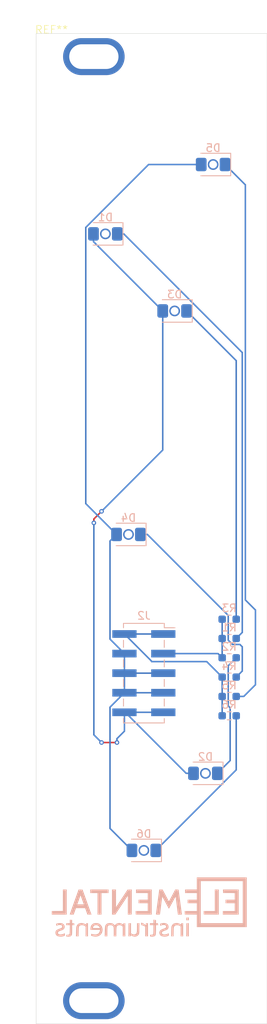
<source format=kicad_pcb>
(kicad_pcb (version 20241229) (generator "pcbnew") (generator_version "9.0")
  (layers (0 "F.Cu" signal) (2 "B.Cu" signal) (13 "F.Paste" user) (15 "B.Paste" user) (5 "F.SilkS" user "F.Silkscreen") (7 "B.SilkS" user "B.Silkscreen") (1 "F.Mask" user) (3 "B.Mask" user) (25 "Edge.Cuts" user))
  (net 0 "")
  (net 1 "+12V")
  (net 2 "Net-(D1-K)")
  (net 3 "Net-(D2-K)")
  (net 4 "Net-(D3-K)")
  (net 5 "GND")
  (net 6 "Net-(D4-K)")
  (net 7 "Net-(D5-K)")
  (net 8 "Net-(D6-K)")
  (net 9 "-12V")
  (footprint "Eurorack:Eurorack panel 6HP" (layer "F.Cu") (at 103 36)
    (property "Reference" "REF**" (at 2 -0.5 0) (layer "F.SilkS") (effects (font (thickness 0.1))))
    (property "Value" "Eurorack panel 6HP")
    (fp_rect (start 0 0) (end 30 128.5) (stroke (width 0.05)) (fill no) (layer "Edge.Cuts"))
    (pad "" thru_hole oval (at 7.5 3) (size 8 4.8) (drill oval 6.4 3.2) (layers "*.Cu" "*.Mask"))
    (pad "" thru_hole oval (at 7.5 125.5) (size 8 4.8) (drill oval 6.4 3.2) (layers "*.Cu" "*.Mask"))
  )
  (footprint "elemental:elemental-25.4mm" (layer "B.Cu") (at 117.837802 149.513938 180)
    (property "Reference" "G***" (hide yes))
    (property "Value" "LOGO" (hide yes))
    (fp_poly (pts (xy -4.84505 -1.935537) (xy -4.6863 -1.9431) (xy -4.672916 -3.6322) (xy -5.0038 -3.6322) (xy -5.0038 -1.927975) (xy -4.84505 -1.935537)) (stroke (width 0.01)) (fill yes) (layer "B.SilkS"))
    (fp_poly (pts (xy -4.84505 -1.198937) (xy -4.6863 -1.2065) (xy -4.67879 -1.37795) (xy -4.671279 -1.5494) (xy -5.0038 -1.5494) (xy -5.0038 -1.191375) (xy -4.84505 -1.198937)) (stroke (width 0.01)) (fill yes) (layer "B.SilkS"))
    (fp_poly (pts (xy 11.3665 -0.3429) (xy 12.08405 -0.349645) (xy 12.8016 -0.356391) (xy 12.8016 -0.8128) (xy 10.8712 -0.8128) (xy 10.8712 2.4384) (xy 11.353366 2.4384) (xy 11.3665 -0.3429)) (stroke (width 0.01)) (fill yes) (layer "B.SilkS"))
    (fp_poly (pts (xy 7.7978 1.9812) (xy 6.858 1.9812) (xy 6.858 -0.8128) (xy 6.35 -0.8128) (xy 6.35 1.9812) (xy 5.4356 1.9812) (xy 5.4356 2.4384) (xy 7.7978 2.4384) (xy 7.7978 1.9812)) (stroke (width 0.01)) (fill yes) (layer "B.SilkS"))
    (fp_poly (pts (xy -8.382 -0.3556) (xy -6.932223 -0.3556) (xy -6.939562 -0.57785) (xy -6.9469 -0.8001) (xy -7.91845 -0.806751) (xy -8.89 -0.813403) (xy -8.89 2.4384) (xy -8.382 2.4384) (xy -8.382 -0.3556)) (stroke (width 0.01)) (fill yes) (layer "B.SilkS"))
    (fp_poly (pts (xy 1.8542 1.9812) (xy 0.3302 1.9812) (xy 0.3302 1.1176) (xy 1.524 1.1176) (xy 1.524 0.6604) (xy 0.3302 0.6604) (xy 0.3302 -0.3556) (xy 1.906977 -0.3556) (xy 1.899638 -0.57785) (xy 1.8923 -0.8001) (xy 0.85725 -0.806734) (xy -0.1778 -0.813369) (xy -0.1778 2.4384) (xy 1.8542 2.4384) (xy 1.8542 1.9812)) (stroke (width 0.01)) (fill yes) (layer "B.SilkS"))
    (fp_poly (pts (xy -9.454162 2.21615) (xy -9.4615 1.9939) (xy -10.21715 1.987173) (xy -10.9728 1.980445) (xy -10.9728 1.1176) (xy -9.779 1.1176) (xy -9.779 0.6604) (xy -10.9728 0.6604) (xy -10.9728 -0.3556) (xy -9.4234 -0.3556) (xy -9.4234 -0.8128) (xy -11.4808 -0.8128) (xy -11.4808 2.4384) (xy -9.446823 2.4384) (xy -9.454162 2.21615)) (stroke (width 0.01)) (fill yes) (layer "B.SilkS"))
    (fp_poly (pts (xy -6.0452 2.4384) (xy -4.5212 2.4384) (xy -4.5212 1.9812) (xy -6.0452 1.9812) (xy -6.0452 1.1176) (xy -4.8514 1.1176) (xy -4.8514 0.6604) (xy -6.0452 0.6604) (xy -6.0452 -0.3556) (xy -4.468423 -0.3556) (xy -4.475762 -0.57785) (xy -4.4831 -0.8001) (xy -6.0452 -0.813534) (xy -6.0452 -2.4384) (xy -12.5222 -2.4384) (xy -12.5222 3.5306) (xy -12.0142 3.5306) (xy -12.0142 -1.9304) (xy -6.5532 -1.9304) (xy -6.5532 3.5306) (xy -12.0142 3.5306) (xy -12.5222 3.5306) (xy -12.5222 4.0132) (xy -6.0452 4.0132) (xy -6.0452 2.4384)) (stroke (width 0.01)) (fill yes) (layer "B.SilkS"))
    (fp_poly (pts (xy 2.685008 2.43291) (xy 2.957016 2.4257) (xy 4.4577 0.149554) (xy 4.464308 1.293977) (xy 4.470917 2.438401) (xy 4.724658 2.4384) (xy 4.9784 2.4384) (xy 4.9784 -0.8128) (xy 4.554809 -0.8128) (xy 3.737935 0.41275) (xy 2.921062 1.6383) (xy 2.921 -0.8128) (xy 2.683933 -0.8128) (xy 2.578785 -0.811092) (xy 2.493634 -0.806512) (xy 2.440692 -0.799874) (xy 2.429933 -0.795866) (xy 2.426976 -0.768164) (xy 2.424182 -0.693994) (xy 2.421598 -0.577688) (xy 2.419269 -0.423578) (xy 2.417239 -0.235996) (xy 2.415553 -0.019274) (xy 2.414257 0.222255) (xy 2.413396 0.48426) (xy 2.413015 0.76241) (xy 2.413 0.830593) (xy 2.413 2.440119) (xy 2.685008 2.43291)) (stroke (width 0.01)) (fill yes) (layer "B.SilkS"))
    (fp_poly (pts (xy 1.193902 -1.884169) (xy 1.211102 -1.904924) (xy 1.206875 -1.93675) (xy 1.193102 -1.999768) (xy 1.176511 -2.08045) (xy 1.17389 -2.093642) (xy 1.160035 -2.150539) (xy 1.13788 -2.18354) (xy 1.093614 -2.203555) (xy 1.013423 -2.221494) (xy 1.011537 -2.22187) (xy 0.90844 -2.25159) (xy 0.806793 -2.295111) (xy 0.764638 -2.319338) (xy 0.6604 -2.38832) (xy 0.6604 -3.6322) (xy 0.3048 -3.6322) (xy 0.3048 -1.9304) (xy 0.4445 -1.9304) (xy 0.524604 -1.932162) (xy 0.566321 -1.941014) (xy 0.582032 -1.962302) (xy 0.5842 -1.990725) (xy 0.58935 -2.061532) (xy 0.599492 -2.127513) (xy 0.614785 -2.203976) (xy 0.730897 -2.092721) (xy 0.858261 -1.988615) (xy 0.986468 -1.916469) (xy 1.104871 -1.881846) (xy 1.138803 -1.8796) (xy 1.193902 -1.884169)) (stroke (width 0.01)) (fill yes) (layer "B.SilkS"))
    (fp_poly (pts (xy 9.094872 -1.916694) (xy 9.264307 -1.961994) (xy 9.402512 -2.046886) (xy 9.510476 -2.171945) (xy 9.57869 -2.308898) (xy 9.596546 -2.360134) (xy 9.610423 -2.41413) (xy 9.621032 -2.478614) (xy 9.629082 -2.561317) (xy 9.635284 -2.669968) (xy 9.640346 -2.812297) (xy 9.644981 -2.996034) (xy 9.645988 -3.04165) (xy 9.658825 -3.6322) (xy 9.325177 -3.6322) (xy 9.317138 -3.04165) (xy 9.313527 -2.831709) (xy 9.308027 -2.666177) (xy 9.299076 -2.538664) (xy 9.285111 -2.442778) (xy 9.264568 -2.37213) (xy 9.235883 -2.320329) (xy 9.197495 -2.280986) (xy 9.147838 -2.247709) (xy 9.118996 -2.231722) (xy 8.999597 -2.192195) (xy 8.859852 -2.183059) (xy 8.716235 -2.202081) (xy 8.585219 -2.247028) (xy 8.483276 -2.315666) (xy 8.480649 -2.318258) (xy 8.4074 -2.391507) (xy 8.4074 -3.6322) (xy 8.1026 -3.6322) (xy 8.1026 -1.927616) (xy 8.22176 -1.935358) (xy 8.295223 -1.943058) (xy 8.334129 -1.960795) (xy 8.354714 -1.999265) (xy 8.362875 -2.028306) (xy 8.380066 -2.083043) (xy 8.398515 -2.095837) (xy 8.427864 -2.075715) (xy 8.560715 -1.990222) (xy 8.727944 -1.933558) (xy 8.893216 -1.910409) (xy 9.094872 -1.916694)) (stroke (width 0.01)) (fill yes) (layer "B.SilkS"))
    (fp_poly (pts (xy 2.67335 -1.935537) (xy 2.8321 -1.9431) (xy 2.845484 -3.6322) (xy 2.695917 -3.6322) (xy 2.61219 -3.630868) (xy 2.565884 -3.622677) (xy 2.543622 -3.601334) (xy 2.532029 -3.560547) (xy 2.530815 -3.554529) (xy 2.515281 -3.476858) (xy 2.41969 -3.55241) (xy 2.273927 -3.636951) (xy 2.107716 -3.675838) (xy 1.919877 -3.669278) (xy 1.840378 -3.654419) (xy 1.720074 -3.604847) (xy 1.605756 -3.517642) (xy 1.512532 -3.405147) (xy 1.491512 -3.369393) (xy 1.474384 -3.334972) (xy 1.461001 -3.299011) (xy 1.450806 -3.25482) (xy 1.443243 -3.19571) (xy 1.437755 -3.114991) (xy 1.433784 -3.005974) (xy 1.430774 -2.861969) (xy 1.428168 -2.676286) (xy 1.427212 -2.59715) (xy 1.419324 -1.9304) (xy 1.7272 -1.9304) (xy 1.7272 -2.459189) (xy 1.728816 -2.680117) (xy 1.734417 -2.856652) (xy 1.745133 -2.995121) (xy 1.762092 -3.101852) (xy 1.786425 -3.183172) (xy 1.81926 -3.245408) (xy 1.861727 -3.294886) (xy 1.879136 -3.310412) (xy 1.988877 -3.371542) (xy 2.117825 -3.394353) (xy 2.252514 -3.379424) (xy 2.379478 -3.327335) (xy 2.437245 -3.286374) (xy 2.5146 -3.221284) (xy 2.5146 -1.927975) (xy 2.67335 -1.935537)) (stroke (width 0.01)) (fill yes) (layer "B.SilkS"))
    (fp_poly (pts (xy -3.346336 -1.910351) (xy -3.165998 -1.937068) (xy -3.022398 -1.994053) (xy -2.908415 -2.085947) (xy -2.816924 -2.217394) (xy -2.788891 -2.273616) (xy -2.770478 -2.316222) (xy -2.756247 -2.35898) (xy -2.745544 -2.409176) (xy -2.737712 -2.474093) (xy -2.7321 -2.561016) (xy -2.728051 -2.67723) (xy -2.724911 -2.830018) (xy -2.722166 -3.01625) (xy -2.713832 -3.6322) (xy -3.017088 -3.6322) (xy -3.026713 -3.06705) (xy -3.030333 -2.879183) (xy -3.034414 -2.73473) (xy -3.039621 -2.626304) (xy -3.04662 -2.546519) (xy -3.056076 -2.487989) (xy -3.068653 -2.443328) (xy -3.085018 -2.40515) (xy -3.086619 -2.401939) (xy -3.153238 -2.300008) (xy -3.237396 -2.234701) (xy -3.35044 -2.199174) (xy -3.439462 -2.189137) (xy -3.609415 -2.193447) (xy -3.74865 -2.231957) (xy -3.861446 -2.30314) (xy -3.937 -2.366715) (xy -3.937 -3.6322) (xy -4.2672 -3.6322) (xy -4.2672 -1.9304) (xy -4.141351 -1.9304) (xy -4.066172 -1.932315) (xy -4.026853 -1.944141) (xy -4.008464 -1.974996) (xy -3.999219 -2.017197) (xy -3.982936 -2.103995) (xy -3.871484 -2.033315) (xy -3.715494 -1.954595) (xy -3.550379 -1.914468) (xy -3.361261 -1.909451) (xy -3.346336 -1.910351)) (stroke (width 0.01)) (fill yes) (layer "B.SilkS"))
    (fp_poly (pts (xy -0.4064 -1.9304) (xy 0.0508 -1.9304) (xy 0.0508 -2.1844) (xy -0.4064 -2.1844) (xy -0.4064 -2.740386) (xy -0.406101 -2.941399) (xy -0.403699 -3.097477) (xy -0.396934 -3.214485) (xy -0.383549 -3.298288) (xy -0.361285 -3.354751) (xy -0.327885 -3.389738) (xy -0.281089 -3.409115) (xy -0.218639 -3.418746) (xy -0.143094 -3.424189) (xy 0.0254 -3.434917) (xy 0.0254 -3.518781) (xy 0.021963 -3.599044) (xy 0.004953 -3.647731) (xy -0.035677 -3.672563) (xy -0.109976 -3.681259) (xy -0.186868 -3.681885) (xy -0.294259 -3.676391) (xy -0.395756 -3.663151) (xy -0.463791 -3.646695) (xy -0.53692 -3.618144) (xy -0.594849 -3.586549) (xy -0.639453 -3.545904) (xy -0.67261 -3.490201) (xy -0.696195 -3.413435) (xy -0.712086 -3.309599) (xy -0.722159 -3.172687) (xy -0.72829 -2.996692) (xy -0.732176 -2.78765) (xy -0.741284 -2.1844) (xy -1.022647 -2.1844) (xy -1.006903 -2.08915) (xy -0.996451 -2.0184) (xy -0.991063 -1.967321) (xy -0.99088 -1.96215) (xy -0.966019 -1.940361) (xy -0.89208 -1.930854) (xy -0.8636 -1.9304) (xy -0.7366 -1.9304) (xy -0.7366 -1.726402) (xy -0.735974 -1.621546) (xy -0.728079 -1.556586) (xy -0.70389 -1.520649) (xy -0.654381 -1.502862) (xy -0.570528 -1.492353) (xy -0.53975 -1.489242) (xy -0.4064 -1.475593) (xy -0.4064 -1.9304)) (stroke (width 0.01)) (fill yes) (layer "B.SilkS"))
    (fp_poly (pts (xy 10.455688 -1.501638) (xy 10.462109 -1.550818) (xy 10.464564 -1.637972) (xy 10.4648 -1.699082) (xy 10.4648 -1.9304) (xy 10.922 -1.9304) (xy 10.922 -2.1844) (xy 10.458248 -2.1844) (xy 10.469524 -2.756642) (xy 10.473487 -2.955333) (xy 10.478213 -3.109146) (xy 10.486145 -3.223975) (xy 10.499726 -3.305713) (xy 10.521399 -3.360254) (xy 10.553607 -3.393493) (xy 10.598792 -3.411324) (xy 10.659397 -3.419639) (xy 10.737865 -3.424335) (xy 10.746462 -3.424813) (xy 10.839702 -3.431159) (xy 10.892146 -3.439565) (xy 10.913764 -3.45391) (xy 10.914527 -3.478071) (xy 10.911827 -3.489139) (xy 10.900385 -3.557413) (xy 10.896946 -3.61315) (xy 10.8966 -3.683) (xy 10.69975 -3.680816) (xy 10.593956 -3.676924) (xy 10.498951 -3.668708) (xy 10.433802 -3.657868) (xy 10.42973 -3.656725) (xy 10.357439 -3.622912) (xy 10.293106 -3.576358) (xy 10.252965 -3.535906) (xy 10.221765 -3.492934) (xy 10.198395 -3.440695) (xy 10.181739 -3.37244) (xy 10.170686 -3.281423) (xy 10.164123 -3.160894) (xy 10.160936 -3.004106) (xy 10.160012 -2.804311) (xy 10.16 -2.769415) (xy 10.16 -2.1844) (xy 9.877816 -2.1844) (xy 9.8933 -1.9431) (xy 10.02665 -1.935422) (xy 10.16 -1.927745) (xy 10.16 -1.4986) (xy 10.272222 -1.4986) (xy 10.35083 -1.49523) (xy 10.412069 -1.486796) (xy 10.424622 -1.483182) (xy 10.443721 -1.481929) (xy 10.455688 -1.501638)) (stroke (width 0.01)) (fill yes) (layer "B.SilkS"))
    (fp_poly (pts (xy 7.174804 -1.919555) (xy 7.264329 -1.926557) (xy 7.331008 -1.940858) (xy 7.388773 -1.964609) (xy 7.4041 -1.972624) (xy 7.558665 -2.08229) (xy 7.671912 -2.221221) (xy 7.743065 -2.388073) (xy 7.771349 -2.581504) (xy 7.771842 -2.60985) (xy 7.7724 -2.794) (xy 6.523763 -2.794) (xy 6.540388 -2.87655) (xy 6.578893 -3.002709) (xy 6.638814 -3.125143) (xy 6.71085 -3.227691) (xy 6.777951 -3.289361) (xy 6.928425 -3.35919) (xy 7.106783 -3.392166) (xy 7.305422 -3.387783) (xy 7.516737 -3.345537) (xy 7.536511 -3.339742) (xy 7.606755 -3.320389) (xy 7.653318 -3.310931) (xy 7.663155 -3.311288) (xy 7.670719 -3.3386) (xy 7.681312 -3.399161) (xy 7.686384 -3.434014) (xy 7.702188 -3.549313) (xy 7.540444 -3.604359) (xy 7.361785 -3.649766) (xy 7.17311 -3.67128) (xy 6.992956 -3.667824) (xy 6.858615 -3.64396) (xy 6.658151 -3.564982) (xy 6.491693 -3.451308) (xy 6.362408 -3.30552) (xy 6.294905 -3.183907) (xy 6.228446 -2.977832) (xy 6.207618 -2.770992) (xy 6.230266 -2.570132) (xy 6.231874 -2.5654) (xy 6.554457 -2.5654) (xy 7.4422 -2.5654) (xy 7.442105 -2.49555) (xy 7.419838 -2.398758) (xy 7.361947 -2.305971) (xy 7.28142 -2.235944) (xy 7.251959 -2.220971) (xy 7.102371 -2.183366) (xy 6.953439 -2.19054) (xy 6.814713 -2.238548) (xy 6.695742 -2.323446) (xy 6.606076 -2.44129) (xy 6.579861 -2.498582) (xy 6.554457 -2.5654) (xy 6.231874 -2.5654) (xy 6.294234 -2.382001) (xy 6.397369 -2.213344) (xy 6.537514 -2.07091) (xy 6.6802 -1.977543) (xy 6.742258 -1.948875) (xy 6.805093 -1.930973) (xy 6.883342 -1.921459) (xy 6.991646 -1.917953) (xy 7.0485 -1.9177) (xy 7.174804 -1.919555)) (stroke (width 0.01)) (fill yes) (layer "B.SilkS"))
    (fp_poly (pts (xy 9.341517 2.369408) (xy 9.354354 2.333592) (xy 9.382826 2.254214) (xy 9.425406 2.135524) (xy 9.480569 1.981775) (xy 9.54679 1.797217) (xy 9.622543 1.586102) (xy 9.706303 1.352682) (xy 9.796545 1.101208) (xy 9.891741 0.835932) (xy 9.915801 0.768889) (xy 10.011272 0.502459) (xy 10.101474 0.249966) (xy 10.184964 0.015499) (xy 10.260299 -0.196851) (xy 10.326035 -0.382996) (xy 10.38073 -0.538846) (xy 10.422941 -0.660312) (xy 10.451223 -0.743303) (xy 10.464135 -0.78373) (xy 10.4648 -0.786861) (xy 10.440478 -0.799286) (xy 10.371644 -0.808013) (xy 10.264493 -0.812402) (xy 10.213202 -0.8128) (xy 9.961604 -0.8128) (xy 9.886463 -0.60325) (xy 9.839172 -0.47069) (xy 9.786438 -0.321854) (xy 9.739413 -0.188219) (xy 9.738011 -0.184215) (xy 9.6647 0.025269) (xy 9.066089 0.025335) (xy 8.467479 0.0254) (xy 8.171811 -0.8128) (xy 7.647281 -0.8128) (xy 7.723128 -0.60325) (xy 7.745649 -0.540757) (xy 7.783477 -0.435471) (xy 7.834805 -0.29243) (xy 7.897828 -0.116671) (xy 7.970739 0.086767) (xy 8.051735 0.312848) (xy 8.121626 0.508) (xy 8.639044 0.508) (xy 9.494972 0.508) (xy 9.41021 0.74295) (xy 9.368725 0.858781) (xy 9.316932 1.004645) (xy 9.261184 1.162583) (xy 9.207836 1.314641) (xy 9.203465 1.32715) (xy 9.159502 1.45053) (xy 9.120694 1.554779) (xy 9.090318 1.63145) (xy 9.071648 1.6721) (xy 9.068042 1.6764) (xy 9.055031 1.653884) (xy 9.028972 1.592284) (xy 8.993425 1.500528) (xy 8.951949 1.387542) (xy 8.943991 1.36525) (xy 8.889869 1.21303) (xy 8.830092 1.044944) (xy 8.772875 0.884093) (xy 8.736212 0.78105) (xy 8.639044 0.508) (xy 8.121626 0.508) (xy 8.139008 0.556532) (xy 8.230753 0.812783) (xy 8.303491 1.016) (xy 8.808009 2.4257) (xy 9.06212 2.432908) (xy 9.316232 2.440116) (xy 9.341517 2.369408)) (stroke (width 0.01)) (fill yes) (layer "B.SilkS"))
    (fp_poly (pts (xy -1.604805 -1.916296) (xy -1.459153 -1.941895) (xy -1.4224 -1.952382) (xy -1.2827 -1.99666) (xy -1.291375 -2.13498) (xy -1.297045 -2.212238) (xy -1.302465 -2.264833) (xy -1.305321 -2.278779) (xy -1.328788 -2.271383) (xy -1.383696 -2.246545) (xy -1.434301 -2.221629) (xy -1.527769 -2.1827) (xy -1.624878 -2.163553) (xy -1.733459 -2.159) (xy -1.82968 -2.161025) (xy -1.891878 -2.170416) (xy -1.936773 -2.192144) (xy -1.981084 -2.23118) (xy -1.983154 -2.233246) (xy -2.042077 -2.318695) (xy -2.056545 -2.406544) (xy -2.025862 -2.486801) (xy -2.002645 -2.512833) (xy -1.955148 -2.542866) (xy -1.872829 -2.581393) (xy -1.769507 -2.622267) (xy -1.709175 -2.643374) (xy -1.526694 -2.713624) (xy -1.388714 -2.789593) (xy -1.288952 -2.875823) (xy -1.221122 -2.976854) (xy -1.208251 -3.005359) (xy -1.180071 -3.082817) (xy -1.170997 -3.146826) (xy -1.179132 -3.222555) (xy -1.188354 -3.269327) (xy -1.239407 -3.413168) (xy -1.326326 -3.524448) (xy -1.450744 -3.604265) (xy -1.614291 -3.653715) (xy -1.78862 -3.672841) (xy -1.916408 -3.672949) (xy -2.038214 -3.663536) (xy -2.1209 -3.648918) (xy -2.21528 -3.619755) (xy -2.304574 -3.58487) (xy -2.33321 -3.571175) (xy -2.388867 -3.536375) (xy -2.408123 -3.50043) (xy -2.40306 -3.449145) (xy -2.391406 -3.366117) (xy -2.3876 -3.300041) (xy -2.3876 -3.228232) (xy -2.26695 -3.290484) (xy -2.123112 -3.349365) (xy -1.972992 -3.384407) (xy -1.827741 -3.395243) (xy -1.698513 -3.381505) (xy -1.59646 -3.342826) (xy -1.558911 -3.313819) (xy -1.505358 -3.23435) (xy -1.50079 -3.154671) (xy -1.543451 -3.076983) (xy -1.631583 -3.003483) (xy -1.76343 -2.936373) (xy -1.898334 -2.88902) (xy -2.076847 -2.824191) (xy -2.209104 -2.748403) (xy -2.299207 -2.657404) (xy -2.351257 -2.546939) (xy -2.369354 -2.412755) (xy -2.369458 -2.4003) (xy -2.346015 -2.248004) (xy -2.278301 -2.11712) (xy -2.170236 -2.012994) (xy -2.034797 -1.944086) (xy -1.912479 -1.917123) (xy -1.762532 -1.90795) (xy -1.604805 -1.916296)) (stroke (width 0.01)) (fill yes) (layer "B.SilkS"))
    (fp_poly (pts (xy 11.902293 -1.921917) (xy 12.019473 -1.935593) (xy 12.111602 -1.960269) (xy 12.119582 -1.96327) (xy 12.237665 -2.00884) (xy 12.225441 -2.11567) (xy 12.213554 -2.20698) (xy 12.198011 -2.254505) (xy 12.169365 -2.264932) (xy 12.118168 -2.244945) (xy 12.074806 -2.222258) (xy 11.966725 -2.180939) (xy 11.846131 -2.160387) (xy 11.724853 -2.15958) (xy 11.614723 -2.177496) (xy 11.527571 -2.213112) (xy 11.475225 -2.265405) (xy 11.471178 -2.274437) (xy 11.456068 -2.356971) (xy 11.464269 -2.443195) (xy 11.487348 -2.497783) (xy 11.523232 -2.523691) (xy 11.596133 -2.560571) (xy 11.694918 -2.603205) (xy 11.791898 -2.64043) (xy 11.947166 -2.699646) (xy 12.062482 -2.751666) (xy 12.147022 -2.802215) (xy 12.209962 -2.857022) (xy 12.260479 -2.921812) (xy 12.272216 -2.940198) (xy 12.311226 -3.022518) (xy 12.326699 -3.115486) (xy 12.327333 -3.17742) (xy 12.305792 -3.331066) (xy 12.246547 -3.454201) (xy 12.145896 -3.552108) (xy 12.0142 -3.624161) (xy 11.94334 -3.643578) (xy 11.839005 -3.65944) (xy 11.71847 -3.670422) (xy 11.599008 -3.675197) (xy 11.497897 -3.672439) (xy 11.4554 -3.667048) (xy 11.357349 -3.643212) (xy 11.25999 -3.611476) (xy 11.178799 -3.577641) (xy 11.129256 -3.547509) (xy 11.125159 -3.54325) (xy 11.10804 -3.487185) (xy 11.111298 -3.385153) (xy 11.113461 -3.366599) (xy 11.131114 -3.225312) (xy 11.212784 -3.275786) (xy 11.33475 -3.33335) (xy 11.476231 -3.372279) (xy 11.623215 -3.391316) (xy 11.761691 -3.389202) (xy 11.877646 -3.36468) (xy 11.92853 -3.34004) (xy 11.983783 -3.276311) (xy 12.003412 -3.189678) (xy 11.989474 -3.113274) (xy 11.9488 -3.051619) (xy 11.872855 -2.994776) (xy 11.756585 -2.939829) (xy 11.594933 -2.883866) (xy 11.587496 -2.881578) (xy 11.406772 -2.811049) (xy 11.273033 -2.724099) (xy 11.184809 -2.619555) (xy 11.14844 -2.53198) (xy 11.131032 -2.377395) (xy 11.161318 -2.232505) (xy 11.236249 -2.104638) (xy 11.352773 -2.001128) (xy 11.37506 -1.987325) (xy 11.434836 -1.954876) (xy 11.489983 -1.934394) (xy 11.554956 -1.923175) (xy 11.644211 -1.918518) (xy 11.7475 -1.9177) (xy 11.902293 -1.921917)) (stroke (width 0.01)) (fill yes) (layer "B.SilkS"))
    (fp_poly (pts (xy 4.265727 -1.938772) (xy 4.414281 -2.009738) (xy 4.537782 -2.118157) (xy 4.542652 -2.123973) (xy 4.624005 -2.2225) (xy 4.688755 -2.139934) (xy 4.750312 -2.077398) (xy 4.832387 -2.013188) (xy 4.872302 -1.987534) (xy 4.932201 -1.954996) (xy 4.987355 -1.934455) (xy 5.052231 -1.923202) (xy 5.141293 -1.918526) (xy 5.2451 -1.9177) (xy 5.36808 -1.919232) (xy 5.454391 -1.925411) (xy 5.518111 -1.938605) (xy 5.573318 -1.961187) (xy 5.604793 -1.978259) (xy 5.682425 -2.032018) (xy 5.749206 -2.093505) (xy 5.765004 -2.112556) (xy 5.804367 -2.170025) (xy 5.835429 -2.228374) (xy 5.859333 -2.294623) (xy 5.87722 -2.375795) (xy 5.890232 -2.478911) (xy 5.899511 -2.610991) (xy 5.906199 -2.779057) (xy 5.911437 -2.990129) (xy 5.911973 -3.01625) (xy 5.924443 -3.6322) (xy 5.591323 -3.6322) (xy 5.583311 -3.02895) (xy 5.579735 -2.815108) (xy 5.574376 -2.646024) (xy 5.565797 -2.515653) (xy 5.552561 -2.417954) (xy 5.53323 -2.346884) (xy 5.506367 -2.2964) (xy 5.470534 -2.260461) (xy 5.424294 -2.233024) (xy 5.390375 -2.217886) (xy 5.289533 -2.192665) (xy 5.169386 -2.18697) (xy 5.049161 -2.199484) (xy 4.948084 -2.228888) (xy 4.908823 -2.250891) (xy 4.861046 -2.289201) (xy 4.823884 -2.330085) (xy 4.796014 -2.380212) (xy 4.776119 -2.446255) (xy 4.762877 -2.534885) (xy 4.754969 -2.652771) (xy 4.751074 -2.806586) (xy 4.749873 -3.003) (xy 4.749839 -3.05435) (xy 4.7498 -3.6322) (xy 4.422977 -3.6322) (xy 4.414938 -3.04165) (xy 4.411386 -2.832562) (xy 4.40612 -2.667815) (xy 4.397694 -2.540952) (xy 4.384664 -2.445515) (xy 4.365584 -2.375046) (xy 4.339008 -2.323086) (xy 4.303492 -2.283178) (xy 4.257591 -2.248865) (xy 4.234216 -2.234171) (xy 4.123272 -2.193173) (xy 3.991004 -2.184535) (xy 3.853312 -2.206043) (xy 3.726095 -2.255484) (xy 3.638896 -2.317039) (xy 3.621125 -2.335064) (xy 3.607453 -2.355824) (xy 3.597344 -2.385721) (xy 3.590259 -2.431154) (xy 3.585662 -2.498524) (xy 3.583015 -2.59423) (xy 3.58178 -2.724672) (xy 3.58142 -2.896252) (xy 3.5814 -3.001627) (xy 3.5814 -3.6322) (xy 3.2512 -3.6322) (xy 3.2512 -1.9304) (xy 3.375373 -1.9304) (xy 3.449902 -1.932342) (xy 3.488738 -1.944546) (xy 3.506982 -1.976579) (xy 3.516292 -2.019662) (xy 3.533038 -2.108925) (xy 3.615736 -2.045848) (xy 3.767124 -1.958797) (xy 3.93241 -1.912481) (xy 4.101857 -1.906079) (xy 4.265727 -1.938772)) (stroke (width 0.01)) (fill yes) (layer "B.SilkS"))
    (fp_poly (pts (xy -1.156496 2.35585) (xy -1.149121 2.307588) (xy -1.13606 2.216251) (xy -1.11803 2.087163) (xy -1.095746 1.925649) (xy -1.069922 1.737033) (xy -1.041274 1.52664) (xy -1.010517 1.299794) (xy -0.978367 1.06182) (xy -0.945539 0.818042) (xy -0.912748 0.573785) (xy -0.880709 0.334372) (xy -0.850138 0.105129) (xy -0.821751 -0.10862) (xy -0.796262 -0.30155) (xy -0.774386 -0.468338) (xy -0.75684 -0.603658) (xy -0.744337 -0.702187) (xy -0.737595 -0.7586) (xy -0.7366 -0.7697) (xy -0.74238 -0.789512) (xy -0.765663 -0.802206) (xy -0.815367 -0.809301) (xy -0.900411 -0.81231) (xy -0.990117 -0.8128) (xy -1.105643 -0.812171) (xy -1.180115 -0.808892) (xy -1.223272 -0.800867) (xy -1.244858 -0.786006) (xy -1.254612 -0.762214) (xy -1.256121 -0.75565) (xy -1.261775 -0.718806) (xy -1.272785 -0.637093) (xy -1.288447 -0.516079) (xy -1.308057 -0.361332) (xy -1.330914 -0.178422) (xy -1.356315 0.027084) (xy -1.383556 0.249617) (xy -1.397984 0.3683) (xy -1.42597 0.596774) (xy -1.45269 0.810529) (xy -1.477419 1.004087) (xy -1.499432 1.171971) (xy -1.518006 1.308702) (xy -1.532417 1.408804) (xy -1.541941 1.466797) (xy -1.54473 1.478515) (xy -1.558238 1.475217) (xy -1.588423 1.436547) (xy -1.636332 1.36072) (xy -1.703013 1.245949) (xy -1.789512 1.090452) (xy -1.896878 0.892443) (xy -1.980764 0.735565) (xy -2.07848 0.552716) (xy -2.168845 0.384947) (xy -2.249069 0.237335) (xy -2.316363 0.114955) (xy -2.367937 0.022886) (xy -2.401003 -0.033797) (xy -2.412564 -0.050375) (xy -2.427298 -0.028744) (xy -2.463135 0.032488) (xy -2.517192 0.128139) (xy -2.586584 0.253031) (xy -2.668429 0.401983) (xy -2.759843 0.569815) (xy -2.830794 0.700968) (xy -2.928299 0.881315) (xy -3.019042 1.048397) (xy -3.099987 1.196682) (xy -3.168099 1.32064) (xy -3.220342 1.414739) (xy -3.25368 1.473449) (xy -3.264092 1.490458) (xy -3.273438 1.489423) (xy -3.284536 1.460314) (xy -3.297955 1.399652) (xy -3.314265 1.303958) (xy -3.334035 1.169753) (xy -3.357836 0.993559) (xy -3.386236 0.771897) (xy -3.400647 0.656565) (xy -3.428164 0.435644) (xy -3.455563 0.216852) (xy -3.48175 0.008857) (xy -3.505627 -0.179671) (xy -3.526097 -0.340065) (xy -3.542066 -0.463656) (xy -3.548738 -0.51435) (xy -3.588478 -0.8128) (xy -4.0894 -0.8128) (xy -4.0894 -0.749013) (xy -4.086068 -0.713852) (xy -4.07655 -0.633751) (xy -4.061571 -0.514097) (xy -4.041853 -0.360276) (xy -4.018118 -0.177677) (xy -3.991088 0.028312) (xy -3.961487 0.252305) (xy -3.930037 0.488914) (xy -3.897461 0.732752) (xy -3.86448 0.97843) (xy -3.831817 1.220562) (xy -3.800196 1.45376) (xy -3.770338 1.672636) (xy -3.742966 1.871804) (xy -3.718802 2.045875) (xy -3.698569 2.189462) (xy -3.68299 2.297177) (xy -3.672788 2.363634) (xy -3.669595 2.38125) (xy -3.65972 2.409385) (xy -3.638581 2.42634) (xy -3.59533 2.434885) (xy -3.51912 2.437792) (xy -3.447567 2.437973) (xy -3.2385 2.437545) (xy -2.8321 1.665482) (xy -2.736305 1.484885) (xy -2.64756 1.320248) (xy -2.568676 1.176581) (xy -2.502465 1.058891) (xy -2.451736 0.972188) (xy -2.419301 0.921482) (xy -2.408343 0.910259) (xy -2.392766 0.936) (xy -2.356479 1.00138) (xy -2.30236 1.101048) (xy -2.233288 1.229652) (xy -2.15214 1.381839) (xy -2.061796 1.552258) (xy -1.992928 1.68275) (xy -1.59487 2.4384) (xy -1.170702 2.4384) (xy -1.156496 2.35585)) (stroke (width 0.01)) (fill yes) (layer "B.SilkS"))
  )
  (footprint "Resistor_SMD:R_0603_1608Metric_Pad0.98x0.95mm_HandSolder" (layer "B.Cu") (at 128.0875 112 180)
    (property "Reference" "R3" (at 0 1.43 0) (layer "B.SilkS") (effects (justify mirror)))
    (property "Value" "R")
    (fp_line (start -0.254724 0.5225) (end 0.254724 0.5225) (stroke (width 0.12)) (layer "B.SilkS"))
    (fp_line (start -0.254724 -0.5225) (end 0.254724 -0.5225) (stroke (width 0.12)) (layer "B.SilkS"))
    (pad "1" smd roundrect (at -0.9125 0 180) (size 0.975 0.95) (layers "B.Cu" "B.Mask" "B.Paste") (net 4 "Net-(D3-K)"))
    (pad "2" smd roundrect (at 0.9125 0 180) (size 0.975 0.95) (layers "B.Cu" "B.Mask" "B.Paste") (net 5 "GND"))
  )
  (footprint "Eurorack:LED 1206 reverse mount with hole" (layer "B.Cu") (at 112 62 180)
    (property "Reference" "D1" (at 0 2.145 0) (layer "B.SilkS") (effects (justify mirror)))
    (property "Value" "LED")
    (fp_line (start 1.6 1.46) (end -2.285 1.46) (stroke (width 0.12)) (layer "B.SilkS"))
    (fp_line (start -2.285 1.46) (end -2.285 -1.46) (stroke (width 0.12)) (layer "B.SilkS"))
    (fp_line (start -2.285 -1.46) (end 1.6 -1.46) (stroke (width 0.12)) (layer "B.SilkS"))
    (pad "" thru_hole circle (at 0 0 180) (size 1.4 1.4) (drill 1) (layers "*.Cu" "*.Mask"))
    (pad "1" smd roundrect (at -1.55 0 180) (size 1.4 1.75) (layers "B.Cu" "B.Mask" "B.Paste") (roundrect_rratio 0.2) (net 2 "Net-(D1-K)"))
    (pad "2" smd roundrect (at 1.55 0 180) (size 1.4 1.75) (layers "B.Cu" "B.Mask" "B.Paste") (roundrect_rratio 0.2) (net 1 "+12V"))
  )
  (footprint "Eurorack:LED 1206 reverse mount with hole" (layer "B.Cu") (at 117 142 180)
    (property "Reference" "D6" (at 0 2.145 0) (layer "B.SilkS") (effects (justify mirror)))
    (property "Value" "LED")
    (fp_line (start 1.6 1.46) (end -2.285 1.46) (stroke (width 0.12)) (layer "B.SilkS"))
    (fp_line (start -2.285 1.46) (end -2.285 -1.46) (stroke (width 0.12)) (layer "B.SilkS"))
    (fp_line (start -2.285 -1.46) (end 1.6 -1.46) (stroke (width 0.12)) (layer "B.SilkS"))
    (pad "" thru_hole circle (at 0 0 180) (size 1.4 1.4) (drill 1) (layers "*.Cu" "*.Mask"))
    (pad "1" smd roundrect (at -1.55 0 180) (size 1.4 1.75) (layers "B.Cu" "B.Mask" "B.Paste") (roundrect_rratio 0.2) (net 8 "Net-(D6-K)"))
    (pad "2" smd roundrect (at 1.55 0 180) (size 1.4 1.75) (layers "B.Cu" "B.Mask" "B.Paste") (roundrect_rratio 0.2) (net 5 "GND"))
  )
  (footprint "Connector_PinHeader_2.54mm:PinHeader_2x05_P2.54mm_Vertical_SMD" (layer "B.Cu") (at 117 119 180)
    (property "Reference" "J2" (at 0 7.46 0) (layer "B.SilkS") (effects (justify mirror)))
    (property "Value" "Conn_02x05_Odd_Even")
    (fp_line (start 2.65 6.46) (end 2.65 5.89) (stroke (width 0.12)) (layer "B.SilkS"))
    (fp_line (start 2.65 4.27) (end 2.65 3.35) (stroke (width 0.12)) (layer "B.SilkS"))
    (fp_line (start 2.65 1.73) (end 2.65 0.81) (stroke (width 0.12)) (layer "B.SilkS"))
    (fp_line (start 2.65 -0.81) (end 2.65 -1.73) (stroke (width 0.12)) (layer "B.SilkS"))
    (fp_line (start 2.65 -3.35) (end 2.65 -4.27) (stroke (width 0.12)) (layer "B.SilkS"))
    (fp_line (start 2.65 -5.89) (end 2.65 -6.46) (stroke (width 0.12)) (layer "B.SilkS"))
    (fp_line (start -2.65 6.46) (end 2.65 6.46) (stroke (width 0.12)) (layer "B.SilkS"))
    (fp_line (start -2.65 6.46) (end -2.65 5.89) (stroke (width 0.12)) (layer "B.SilkS"))
    (fp_line (start -2.65 4.27) (end -2.65 3.35) (stroke (width 0.12)) (layer "B.SilkS"))
    (fp_line (start -2.65 1.73) (end -2.65 0.81) (stroke (width 0.12)) (layer "B.SilkS"))
    (fp_line (start -2.65 -0.81) (end -2.65 -1.73) (stroke (width 0.12)) (layer "B.SilkS"))
    (fp_line (start -2.65 -3.35) (end -2.65 -4.27) (stroke (width 0.12)) (layer "B.SilkS"))
    (fp_line (start -2.65 -5.89) (end -2.65 -6.46) (stroke (width 0.12)) (layer "B.SilkS"))
    (fp_line (start -2.65 -6.46) (end 2.65 -6.46) (stroke (width 0.12)) (layer "B.SilkS"))
    (fp_line (start -4.04 5.89) (end -2.65 5.89) (stroke (width 0.12)) (layer "B.SilkS"))
    (pad "1" smd rect (at -2.525 5.08 180) (size 3.15 1) (layers "B.Cu" "B.Mask" "B.Paste") (net 9 "-12V"))
    (pad "2" smd rect (at 2.525 5.08 180) (size 3.15 1) (layers "B.Cu" "B.Mask" "B.Paste") (net 9 "-12V"))
    (pad "3" smd rect (at -2.525 2.54 180) (size 3.15 1) (layers "B.Cu" "B.Mask" "B.Paste") (net 5 "GND"))
    (pad "4" smd rect (at 2.525 2.54 180) (size 3.15 1) (layers "B.Cu" "B.Mask" "B.Paste") (net 5 "GND"))
    (pad "5" smd rect (at -2.525 0 180) (size 3.15 1) (layers "B.Cu" "B.Mask" "B.Paste") (net 5 "GND"))
    (pad "6" smd rect (at 2.525 0 180) (size 3.15 1) (layers "B.Cu" "B.Mask" "B.Paste") (net 5 "GND"))
    (pad "7" smd rect (at -2.525 -2.54 180) (size 3.15 1) (layers "B.Cu" "B.Mask" "B.Paste") (net 5 "GND"))
    (pad "8" smd rect (at 2.525 -2.54 180) (size 3.15 1) (layers "B.Cu" "B.Mask" "B.Paste") (net 5 "GND"))
    (pad "9" smd rect (at -2.525 -5.08 180) (size 3.15 1) (layers "B.Cu" "B.Mask" "B.Paste") (net 1 "+12V"))
    (pad "10" smd rect (at 2.525 -5.08 180) (size 3.15 1) (layers "B.Cu" "B.Mask" "B.Paste") (net 1 "+12V"))
  )
  (footprint "Resistor_SMD:R_0603_1608Metric_Pad0.98x0.95mm_HandSolder" (layer "B.Cu") (at 128.0875 114.5 180)
    (property "Reference" "R1" (at 0 1.43 0) (layer "B.SilkS") (effects (justify mirror)))
    (property "Value" "R")
    (fp_line (start -0.254724 0.5225) (end 0.254724 0.5225) (stroke (width 0.12)) (layer "B.SilkS"))
    (fp_line (start -0.254724 -0.5225) (end 0.254724 -0.5225) (stroke (width 0.12)) (layer "B.SilkS"))
    (pad "1" smd roundrect (at -0.9125 0 180) (size 0.975 0.95) (layers "B.Cu" "B.Mask" "B.Paste") (net 2 "Net-(D1-K)"))
    (pad "2" smd roundrect (at 0.9125 0 180) (size 0.975 0.95) (layers "B.Cu" "B.Mask" "B.Paste") (net 5 "GND"))
  )
  (footprint "Resistor_SMD:R_0603_1608Metric_Pad0.98x0.95mm_HandSolder" (layer "B.Cu") (at 128.0875 122.02 180)
    (property "Reference" "R5" (at 0 1.43 0) (layer "B.SilkS") (effects (justify mirror)))
    (property "Value" "R")
    (fp_line (start -0.254724 0.5225) (end 0.254724 0.5225) (stroke (width 0.12)) (layer "B.SilkS"))
    (fp_line (start -0.254724 -0.5225) (end 0.254724 -0.5225) (stroke (width 0.12)) (layer "B.SilkS"))
    (pad "1" smd roundrect (at -0.9125 0 180) (size 0.975 0.95) (layers "B.Cu" "B.Mask" "B.Paste") (net 7 "Net-(D5-K)"))
    (pad "2" smd roundrect (at 0.9125 0 180) (size 0.975 0.95) (layers "B.Cu" "B.Mask" "B.Paste") (net 9 "-12V"))
  )
  (footprint "Resistor_SMD:R_0603_1608Metric_Pad0.98x0.95mm_HandSolder" (layer "B.Cu") (at 128.0875 117 180)
    (property "Reference" "R2" (at 0 1.43 0) (layer "B.SilkS") (effects (justify mirror)))
    (property "Value" "R")
    (fp_line (start -0.254724 0.5225) (end 0.254724 0.5225) (stroke (width 0.12)) (layer "B.SilkS"))
    (fp_line (start -0.254724 -0.5225) (end 0.254724 -0.5225) (stroke (width 0.12)) (layer "B.SilkS"))
    (pad "1" smd roundrect (at -0.9125 0 180) (size 0.975 0.95) (layers "B.Cu" "B.Mask" "B.Paste") (net 3 "Net-(D2-K)"))
    (pad "2" smd roundrect (at 0.9125 0 180) (size 0.975 0.95) (layers "B.Cu" "B.Mask" "B.Paste") (net 5 "GND"))
  )
  (footprint "Resistor_SMD:R_0603_1608Metric_Pad0.98x0.95mm_HandSolder" (layer "B.Cu") (at 128.0875 119.51 180)
    (property "Reference" "R4" (at 0 1.43 0) (layer "B.SilkS") (effects (justify mirror)))
    (property "Value" "R")
    (fp_line (start -0.254724 0.5225) (end 0.254724 0.5225) (stroke (width 0.12)) (layer "B.SilkS"))
    (fp_line (start -0.254724 -0.5225) (end 0.254724 -0.5225) (stroke (width 0.12)) (layer "B.SilkS"))
    (pad "1" smd roundrect (at -0.9125 0 180) (size 0.975 0.95) (layers "B.Cu" "B.Mask" "B.Paste") (net 6 "Net-(D4-K)"))
    (pad "2" smd roundrect (at 0.9125 0 180) (size 0.975 0.95) (layers "B.Cu" "B.Mask" "B.Paste") (net 9 "-12V"))
  )
  (footprint "Eurorack:LED 1206 reverse mount with hole" (layer "B.Cu") (at 125 132 180)
    (property "Reference" "D2" (at 0 2.145 0) (layer "B.SilkS") (effects (justify mirror)))
    (property "Value" "LED")
    (fp_line (start 1.6 1.46) (end -2.285 1.46) (stroke (width 0.12)) (layer "B.SilkS"))
    (fp_line (start -2.285 1.46) (end -2.285 -1.46) (stroke (width 0.12)) (layer "B.SilkS"))
    (fp_line (start -2.285 -1.46) (end 1.6 -1.46) (stroke (width 0.12)) (layer "B.SilkS"))
    (pad "" thru_hole circle (at 0 0 180) (size 1.4 1.4) (drill 1) (layers "*.Cu" "*.Mask"))
    (pad "1" smd roundrect (at -1.55 0 180) (size 1.4 1.75) (layers "B.Cu" "B.Mask" "B.Paste") (roundrect_rratio 0.2) (net 3 "Net-(D2-K)"))
    (pad "2" smd roundrect (at 1.55 0 180) (size 1.4 1.75) (layers "B.Cu" "B.Mask" "B.Paste") (roundrect_rratio 0.2) (net 1 "+12V"))
  )
  (footprint "Eurorack:LED 1206 reverse mount with hole" (layer "B.Cu") (at 126 53 180)
    (property "Reference" "D5" (at 0 2.145 0) (layer "B.SilkS") (effects (justify mirror)))
    (property "Value" "LED")
    (fp_line (start 1.6 1.46) (end -2.285 1.46) (stroke (width 0.12)) (layer "B.SilkS"))
    (fp_line (start -2.285 1.46) (end -2.285 -1.46) (stroke (width 0.12)) (layer "B.SilkS"))
    (fp_line (start -2.285 -1.46) (end 1.6 -1.46) (stroke (width 0.12)) (layer "B.SilkS"))
    (pad "" thru_hole circle (at 0 0 180) (size 1.4 1.4) (drill 1) (layers "*.Cu" "*.Mask"))
    (pad "1" smd roundrect (at -1.55 0 180) (size 1.4 1.75) (layers "B.Cu" "B.Mask" "B.Paste") (roundrect_rratio 0.2) (net 7 "Net-(D5-K)"))
    (pad "2" smd roundrect (at 1.55 0 180) (size 1.4 1.75) (layers "B.Cu" "B.Mask" "B.Paste") (roundrect_rratio 0.2) (net 5 "GND"))
  )
  (footprint "Resistor_SMD:R_0603_1608Metric_Pad0.98x0.95mm_HandSolder" (layer "B.Cu") (at 128.0875 124.53 180)
    (property "Reference" "R6" (at 0 1.43 0) (layer "B.SilkS") (effects (justify mirror)))
    (property "Value" "R")
    (fp_line (start -0.254724 0.5225) (end 0.254724 0.5225) (stroke (width 0.12)) (layer "B.SilkS"))
    (fp_line (start -0.254724 -0.5225) (end 0.254724 -0.5225) (stroke (width 0.12)) (layer "B.SilkS"))
    (pad "1" smd roundrect (at -0.9125 0 180) (size 0.975 0.95) (layers "B.Cu" "B.Mask" "B.Paste") (net 8 "Net-(D6-K)"))
    (pad "2" smd roundrect (at 0.9125 0 180) (size 0.975 0.95) (layers "B.Cu" "B.Mask" "B.Paste") (net 9 "-12V"))
  )
  (footprint "Eurorack:LED 1206 reverse mount with hole" (layer "B.Cu") (at 115 101 180)
    (property "Reference" "D4" (at 0 2.145 0) (layer "B.SilkS") (effects (justify mirror)))
    (property "Value" "LED")
    (fp_line (start 1.6 1.46) (end -2.285 1.46) (stroke (width 0.12)) (layer "B.SilkS"))
    (fp_line (start -2.285 1.46) (end -2.285 -1.46) (stroke (width 0.12)) (layer "B.SilkS"))
    (fp_line (start -2.285 -1.46) (end 1.6 -1.46) (stroke (width 0.12)) (layer "B.SilkS"))
    (pad "" thru_hole circle (at 0 0 180) (size 1.4 1.4) (drill 1) (layers "*.Cu" "*.Mask"))
    (pad "1" smd roundrect (at -1.55 0 180) (size 1.4 1.75) (layers "B.Cu" "B.Mask" "B.Paste") (roundrect_rratio 0.2) (net 6 "Net-(D4-K)"))
    (pad "2" smd roundrect (at 1.55 0 180) (size 1.4 1.75) (layers "B.Cu" "B.Mask" "B.Paste") (roundrect_rratio 0.2) (net 5 "GND"))
  )
  (footprint "Eurorack:LED 1206 reverse mount with hole" (layer "B.Cu") (at 121 72 180)
    (property "Reference" "D3" (at 0 2.145 0) (layer "B.SilkS") (effects (justify mirror)))
    (property "Value" "LED")
    (fp_line (start 1.6 1.46) (end -2.285 1.46) (stroke (width 0.12)) (layer "B.SilkS"))
    (fp_line (start -2.285 1.46) (end -2.285 -1.46) (stroke (width 0.12)) (layer "B.SilkS"))
    (fp_line (start -2.285 -1.46) (end 1.6 -1.46) (stroke (width 0.12)) (layer "B.SilkS"))
    (pad "" thru_hole circle (at 0 0 180) (size 1.4 1.4) (drill 1) (layers "*.Cu" "*.Mask"))
    (pad "1" smd roundrect (at -1.55 0 180) (size 1.4 1.75) (layers "B.Cu" "B.Mask" "B.Paste") (roundrect_rratio 0.2) (net 4 "Net-(D3-K)"))
    (pad "2" smd roundrect (at 1.55 0 180) (size 1.4 1.75) (layers "B.Cu" "B.Mask" "B.Paste") (roundrect_rratio 0.2) (net 1 "+12V"))
  )
  (segment (start 111.5 98) (end 110.5 99) (width 0.2) (layer "F.Cu") (net 1))
  (segment (start 110.5 99) (end 110.5 99.5) (width 0.2) (layer "F.Cu") (net 1))
  (segment (start 111.5 128) (end 113.5 128) (width 0.2) (layer "F.Cu") (net 1))
  (via (at 110.5 99.5) (size 0.6) (drill 0.3) (layers "F.Cu" "B.Cu") (net 1))
  (via (at 111.5 98) (size 0.6) (drill 0.3) (layers "F.Cu" "B.Cu") (net 1))
  (via (at 113.5 128) (size 0.6) (drill 0.3) (layers "F.Cu" "B.Cu") (net 1))
  (via (at 111.5 128) (size 0.6) (drill 0.3) (layers "F.Cu" "B.Cu") (net 1))
  (segment (start 110.5 99.5) (end 110.5 127) (width 0.2) (layer "B.Cu") (net 1))
  (segment (start 119.45 72) (end 119.45 90.05) (width 0.2) (layer "B.Cu") (net 1))
  (segment (start 113.5 127.5) (end 114.475 126.525) (width 0.2) (layer "B.Cu") (net 1))
  (segment (start 114.58 124.08) (end 122.5 132) (width 0.2) (layer "B.Cu") (net 1))
  (segment (start 110.5 127) (end 111.5 128) (width 0.2) (layer "B.Cu") (net 1))
  (segment (start 113.5 128) (end 113.5 127.5) (width 0.2) (layer "B.Cu") (net 1))
  (segment (start 119.45 90.05) (end 111.5 98) (width 0.2) (layer "B.Cu") (net 1))
  (segment (start 110.45 63) (end 119.45 72) (width 0.2) (layer "B.Cu") (net 1))
  (segment (start 114.475 124.08) (end 114.58 124.08) (width 0.2) (layer "B.Cu") (net 1))
  (segment (start 114.475 126.525) (end 114.475 124.08) (width 0.2) (layer "B.Cu") (net 1))
  (segment (start 114.475 124.08) (end 119.525 124.08) (width 0.2) (layer "B.Cu") (net 1))
  (segment (start 122.5 132) (end 123.45 132) (width 0.2) (layer "B.Cu") (net 1))
  (segment (start 110.45 62) (end 110.45 63) (width 0.2) (layer "B.Cu") (net 1))
  (segment (start 129 114.5) (end 129.7885 113.7115) (width 0.2) (layer "B.Cu") (net 2))
  (segment (start 114.38666 62) (end 113.55 62) (width 0.2) (layer "B.Cu") (net 2))
  (segment (start 129.7885 113.7115) (end 129.7885 77.40184) (width 0.2) (layer "B.Cu") (net 2))
  (segment (start 129.7885 77.40184) (end 114.38666 62) (width 0.2) (layer "B.Cu") (net 2))
  (segment (start 127.9635 118.0365) (end 127.9635 123.252) (width 0.2) (layer "B.Cu") (net 3))
  (segment (start 127.9635 123.252) (end 128.2115 123.5) (width 0.2) (layer "B.Cu") (net 3))
  (segment (start 128.2115 130.3385) (end 126.55 132) (width 0.2) (layer "B.Cu") (net 3))
  (segment (start 128.2115 123.5) (end 128.2115 130.3385) (width 0.2) (layer "B.Cu") (net 3))
  (segment (start 129 117) (end 127.9635 118.0365) (width 0.2) (layer "B.Cu") (net 3))
  (segment (start 129 112) (end 129 78.45) (width 0.2) (layer "B.Cu") (net 4))
  (segment (start 129 78.45) (end 122.55 72) (width 0.2) (layer "B.Cu") (net 4))
  (segment (start 114.475 116.46) (end 114.475 119) (width 0.2) (layer "B.Cu") (net 5))
  (segment (start 109.449 61.16434) (end 109.449 96.999) (width 0.2) (layer "B.Cu") (net 5))
  (segment (start 127.175 111.98) (end 127.175 114.49) (width 0.2) (layer "B.Cu") (net 5))
  (segment (start 112.599 114.584) (end 114.475 116.46) (width 0.2) (layer "B.Cu") (net 5))
  (segment (start 127.175 114.49) (end 127.175 117) (width 0.2) (layer "B.Cu") (net 5))
  (segment (start 113.45 101) (end 112.599 101.851) (width 0.2) (layer "B.Cu") (net 5))
  (segment (start 112.599 139.149) (end 112.599 123.416) (width 0.2) (layer "B.Cu") (net 5))
  (segment (start 112.599 123.416) (end 114.475 121.54) (width 0.2) (layer "B.Cu") (net 5))
  (segment (start 115.45 142) (end 112.599 139.149) (width 0.2) (layer "B.Cu") (net 5))
  (segment (start 119.525 121.54) (end 114.475 121.54) (width 0.2) (layer "B.Cu") (net 5))
  (segment (start 119.525 116.46) (end 126.635 116.46) (width 0.2) (layer "B.Cu") (net 5))
  (segment (start 109.449 96.999) (end 113.45 101) (width 0.2) (layer "B.Cu") (net 5))
  (segment (start 112.599 101.851) (end 112.599 114.584) (width 0.2) (layer "B.Cu") (net 5))
  (segment (start 126.635 116.46) (end 127.175 117) (width 0.2) (layer "B.Cu") (net 5))
  (segment (start 119.525 119) (end 114.475 119) (width 0.2) (layer "B.Cu") (net 5))
  (segment (start 124.45 53) (end 117.61334 53) (width 0.2) (layer "B.Cu") (net 5))
  (segment (start 114.475 119) (end 114.475 121.54) (width 0.2) (layer "B.Cu") (net 5))
  (segment (start 117.61334 53) (end 109.449 61.16434) (width 0.2) (layer "B.Cu") (net 5))
  (segment (start 128.520366 115.276) (end 127.9635 114.719134) (width 0.2) (layer "B.Cu") (net 6))
  (segment (start 129 119.51) (end 129.7885 118.7215) (width 0.2) (layer "B.Cu") (net 6))
  (segment (start 129.7885 118.7215) (end 129.7885 115.584866) (width 0.2) (layer "B.Cu") (net 6))
  (segment (start 127.9635 114.719134) (end 127.9635 111.512866) (width 0.2) (layer "B.Cu") (net 6))
  (segment (start 129.479634 115.276) (end 128.520366 115.276) (width 0.2) (layer "B.Cu") (net 6))
  (segment (start 129.7885 115.584866) (end 129.479634 115.276) (width 0.2) (layer "B.Cu") (net 6))
  (segment (start 117.450634 101) (end 116.55 101) (width 0.2) (layer "B.Cu") (net 6))
  (segment (start 127.9635 111.512866) (end 117.450634 101) (width 0.2) (layer "B.Cu") (net 6))
  (segment (start 131.5 110.8105) (end 130.1895 109.5) (width 0.2) (layer "B.Cu") (net 7))
  (segment (start 127.55 53) (end 130.1895 55.6395) (width 0.2) (layer "B.Cu") (net 7))
  (segment (start 129 122.02) (end 129.98 122.02) (width 0.2) (layer "B.Cu") (net 7))
  (segment (start 131.5 120.5) (end 131.5 110.8105) (width 0.2) (layer "B.Cu") (net 7))
  (segment (start 130.1895 55.6395) (end 130.1895 109.5) (width 0.2) (layer "B.Cu") (net 7))
  (segment (start 129.98 122.02) (end 131.5 120.5) (width 0.2) (layer "B.Cu") (net 7))
  (segment (start 118.55 142) (end 129 131.55) (width 0.2) (layer "B.Cu") (net 8))
  (segment (start 129 131.55) (end 129 124.53) (width 0.2) (layer "B.Cu") (net 8))
  (segment (start 125.165 117.5) (end 118 117.5) (width 0.2) (layer "B.Cu") (net 9))
  (segment (start 119.525 113.92) (end 114.475 113.92) (width 0.2) (layer "B.Cu") (net 9))
  (segment (start 127.175 119.51) (end 127.175 122.02) (width 0.2) (layer "B.Cu") (net 9))
  (segment (start 127.175 122.02) (end 127.175 124.53) (width 0.2) (layer "B.Cu") (net 9))
  (segment (start 118 117.445) (end 114.475 113.92) (width 0.2) (layer "B.Cu") (net 9))
  (segment (start 127.175 119.51) (end 125.165 117.5) (width 0.2) (layer "B.Cu") (net 9))
  (segment (start 118 117.5) (end 118 117.445) (width 0.2) (layer "B.Cu") (net 9))
)
</source>
